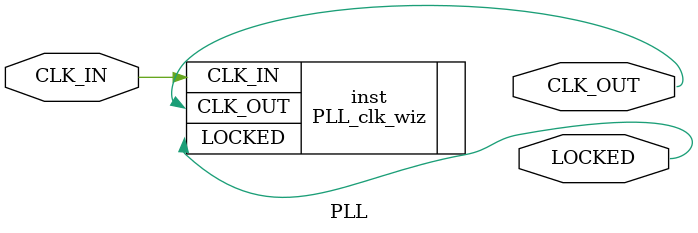
<source format=v>


`timescale 1ps/1ps

(* CORE_GENERATION_INFO = "PLL,clk_wiz_v6_0_9_0_0,{component_name=PLL,use_phase_alignment=true,use_min_o_jitter=false,use_max_i_jitter=false,use_dyn_phase_shift=false,use_inclk_switchover=false,use_dyn_reconfig=false,enable_axi=0,feedback_source=FDBK_AUTO,PRIMITIVE=PLL,num_out_clk=1,clkin1_period=10.000,clkin2_period=10.000,use_power_down=false,use_reset=false,use_locked=true,use_inclk_stopped=false,feedback_type=SINGLE,CLOCK_MGR_TYPE=NA,manual_override=false}" *)

module PLL 
 (
  // Clock out ports
  output        CLK_OUT,
  // Status and control signals
  output        LOCKED,
 // Clock in ports
  input         CLK_IN
 );

  PLL_clk_wiz inst
  (
  // Clock out ports  
  .CLK_OUT(CLK_OUT),
  // Status and control signals               
  .LOCKED(LOCKED),
 // Clock in ports
  .CLK_IN(CLK_IN)
  );

endmodule

</source>
